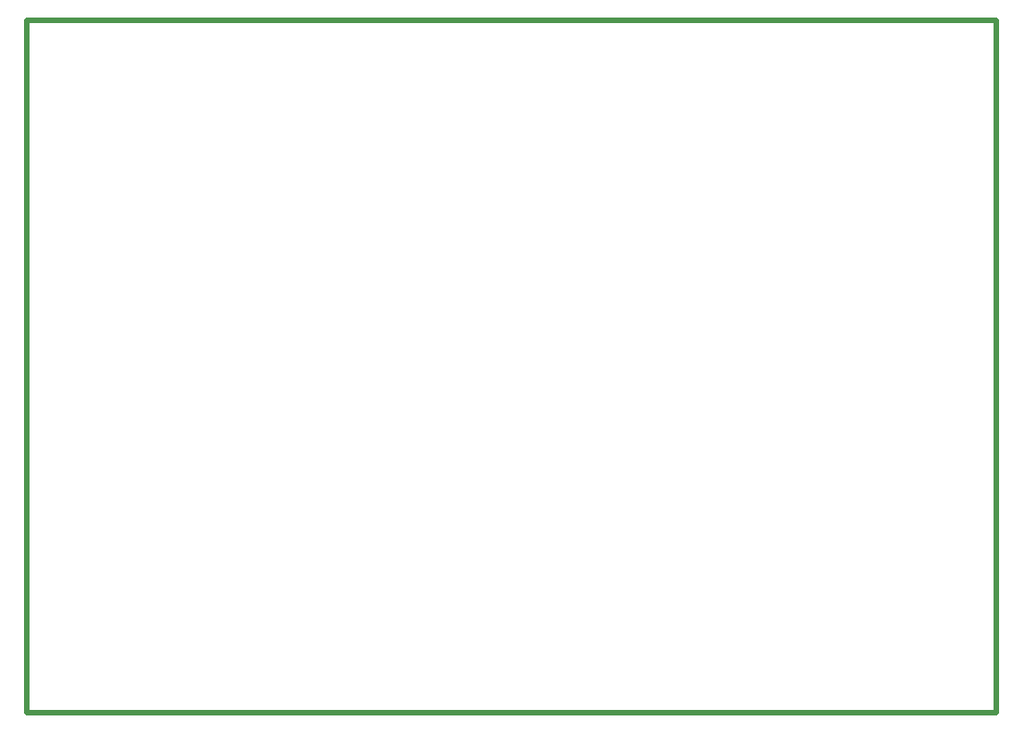
<source format=gko>
G04*
G04 #@! TF.GenerationSoftware,Altium Limited,Altium Designer,21.1.1 (26)*
G04*
G04 Layer_Color=16711935*
%FSLAX25Y25*%
%MOIN*%
G70*
G04*
G04 #@! TF.SameCoordinates,7D5D5EFA-C770-4444-A878-D417F12E0F6E*
G04*
G04*
G04 #@! TF.FilePolarity,Positive*
G04*
G01*
G75*
%ADD11C,0.02000*%
D11*
X0Y0D02*
Y250000D01*
X350000D01*
Y0D02*
Y250000D01*
X0Y0D02*
X350000D01*
M02*

</source>
